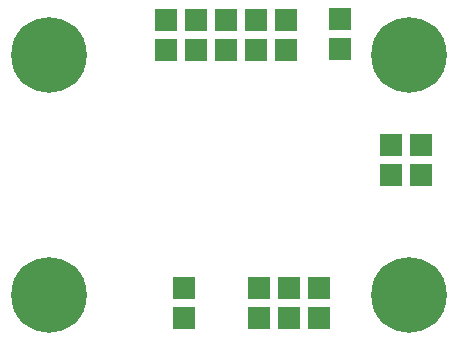
<source format=gbr>
%TF.GenerationSoftware,KiCad,Pcbnew,6.0.11+dfsg-1~bpo11+1*%
%TF.CreationDate,2023-05-28T09:01:05+00:00*%
%TF.ProjectId,LIGHTNING01,4c494748-544e-4494-9e47-30312e6b6963,01A*%
%TF.SameCoordinates,Original*%
%TF.FileFunction,Soldermask,Top*%
%TF.FilePolarity,Negative*%
%FSLAX46Y46*%
G04 Gerber Fmt 4.6, Leading zero omitted, Abs format (unit mm)*
G04 Created by KiCad (PCBNEW 6.0.11+dfsg-1~bpo11+1) date 2023-05-28 09:01:05*
%MOMM*%
%LPD*%
G01*
G04 APERTURE LIST*
G04 Aperture macros list*
%AMRoundRect*
0 Rectangle with rounded corners*
0 $1 Rounding radius*
0 $2 $3 $4 $5 $6 $7 $8 $9 X,Y pos of 4 corners*
0 Add a 4 corners polygon primitive as box body*
4,1,4,$2,$3,$4,$5,$6,$7,$8,$9,$2,$3,0*
0 Add four circle primitives for the rounded corners*
1,1,$1+$1,$2,$3*
1,1,$1+$1,$4,$5*
1,1,$1+$1,$6,$7*
1,1,$1+$1,$8,$9*
0 Add four rect primitives between the rounded corners*
20,1,$1+$1,$2,$3,$4,$5,0*
20,1,$1+$1,$4,$5,$6,$7,0*
20,1,$1+$1,$6,$7,$8,$9,0*
20,1,$1+$1,$8,$9,$2,$3,0*%
G04 Aperture macros list end*
%ADD10C,6.400000*%
%ADD11RoundRect,0.200000X-0.762000X0.762000X-0.762000X-0.762000X0.762000X-0.762000X0.762000X0.762000X0*%
%ADD12RoundRect,0.200000X-0.762000X-0.762000X0.762000X-0.762000X0.762000X0.762000X-0.762000X0.762000X0*%
%ADD13RoundRect,0.200000X0.762000X-0.762000X0.762000X0.762000X-0.762000X0.762000X-0.762000X-0.762000X0*%
G04 APERTURE END LIST*
D10*
%TO.C,M3*%
X35560000Y5080000D03*
%TD*%
%TO.C,M1*%
X5080000Y25400000D03*
%TD*%
%TO.C,M2*%
X5080000Y5080000D03*
%TD*%
%TO.C,M4*%
X35560000Y25400000D03*
%TD*%
D11*
%TO.C,J1*%
X16510000Y5715000D03*
X16510000Y3175000D03*
%TD*%
%TO.C,J3*%
X29718000Y28448000D03*
X29718000Y25908000D03*
%TD*%
%TO.C,J4*%
X22606000Y28391327D03*
X22606000Y25851327D03*
%TD*%
%TO.C,J5*%
X17526000Y28391327D03*
X17526000Y25851327D03*
%TD*%
D12*
%TO.C,J6*%
X34036000Y15240000D03*
X36576000Y15240000D03*
%TD*%
D11*
%TO.C,J10*%
X27940000Y5715000D03*
X27940000Y3175000D03*
X25400000Y5715000D03*
X25400000Y3175000D03*
X22860000Y5715000D03*
X22860000Y3175000D03*
%TD*%
D13*
%TO.C,J8*%
X25146000Y25851327D03*
X25146000Y28391327D03*
%TD*%
%TO.C,J7*%
X20066000Y25851327D03*
X20066000Y28391327D03*
%TD*%
%TO.C,J9*%
X14986000Y25851327D03*
X14986000Y28391327D03*
%TD*%
D12*
%TO.C,J2*%
X34036000Y17780000D03*
X36576000Y17780000D03*
%TD*%
M02*

</source>
